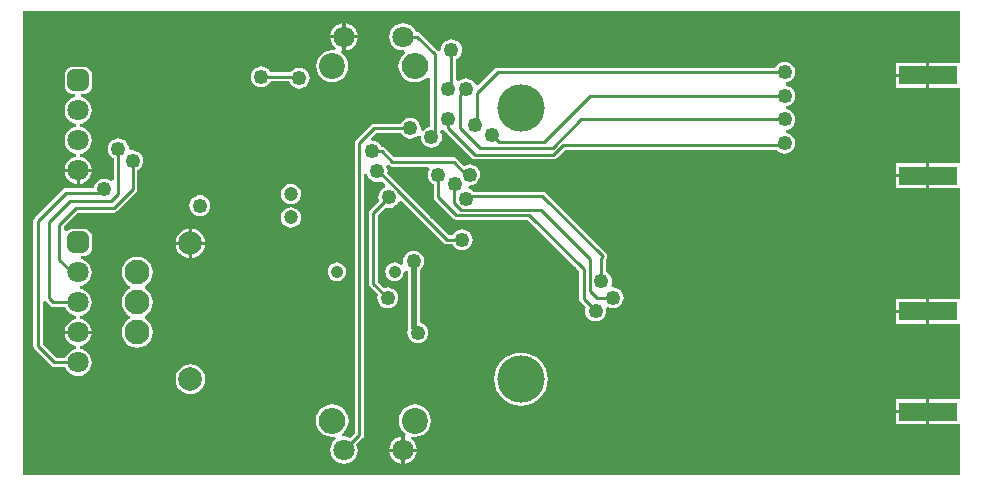
<source format=gbl>
G04*
G04 #@! TF.GenerationSoftware,Altium Limited,Altium Designer,18.1.1 (9)*
G04*
G04 Layer_Physical_Order=2*
G04 Layer_Color=16711680*
%FSLAX42Y42*%
%MOMM*%
G71*
G01*
G75*
%ADD41C,4.00*%
%ADD42C,1.20*%
%ADD57R,4.90X1.60*%
%ADD63C,0.25*%
%ADD66C,0.50*%
%ADD68C,1.06*%
%ADD69C,1.80*%
%ADD70O,2.25X2.20*%
%ADD71C,2.20*%
G04:AMPARAMS|DCode=72|XSize=1.8mm|YSize=1.8mm|CornerRadius=0.45mm|HoleSize=0mm|Usage=FLASHONLY|Rotation=270.000|XOffset=0mm|YOffset=0mm|HoleType=Round|Shape=RoundedRectangle|*
%AMROUNDEDRECTD72*
21,1,1.80,0.90,0,0,270.0*
21,1,0.90,1.80,0,0,270.0*
1,1,0.90,-0.45,-0.45*
1,1,0.90,-0.45,0.45*
1,1,0.90,0.45,0.45*
1,1,0.90,0.45,-0.45*
%
%ADD72ROUNDEDRECTD72*%
%ADD73C,2.00*%
%ADD74C,2.10*%
%ADD75C,1.25*%
%ADD76C,3.80*%
%ADD77C,1.00*%
%ADD78C,0.25*%
G36*
X7964Y3555D02*
X7963Y3530D01*
X7939Y3530D01*
X7705D01*
Y3425D01*
Y3320D01*
X7939D01*
X7963Y3320D01*
X7964Y3295D01*
Y2705D01*
X7963Y2680D01*
X7939Y2680D01*
X7705D01*
Y2575D01*
Y2470D01*
X7939D01*
X7963Y2470D01*
X7964Y2445D01*
Y1555D01*
X7963Y1530D01*
X7939Y1530D01*
X7705D01*
Y1425D01*
Y1320D01*
X7939D01*
X7963Y1320D01*
X7964Y1295D01*
Y705D01*
X7963Y680D01*
X7939Y680D01*
X7705D01*
Y575D01*
Y470D01*
X7939D01*
X7963Y470D01*
X7964Y445D01*
Y36D01*
X36D01*
Y3964D01*
X7964D01*
Y3555D01*
D02*
G37*
%LPC*%
G36*
X2763Y3865D02*
Y3763D01*
X2865D01*
X2862Y3780D01*
X2851Y3808D01*
X2832Y3832D01*
X2808Y3851D01*
X2780Y3862D01*
X2763Y3865D01*
D02*
G37*
G36*
X2737D02*
X2720Y3862D01*
X2692Y3851D01*
X2668Y3832D01*
X2649Y3808D01*
X2638Y3780D01*
X2635Y3763D01*
X2737D01*
Y3865D01*
D02*
G37*
G36*
X2865Y3737D02*
X2763D01*
Y3635D01*
X2780Y3638D01*
X2808Y3649D01*
X2832Y3668D01*
X2851Y3692D01*
X2862Y3720D01*
X2865Y3737D01*
D02*
G37*
G36*
X2737D02*
X2635D01*
X2638Y3720D01*
X2649Y3692D01*
X2668Y3668D01*
X2681Y3658D01*
X2671Y3634D01*
X2650Y3637D01*
X2615Y3632D01*
X2582Y3618D01*
X2553Y3597D01*
X2532Y3568D01*
X2518Y3535D01*
X2513Y3500D01*
X2518Y3465D01*
X2532Y3432D01*
X2553Y3403D01*
X2582Y3382D01*
X2615Y3368D01*
X2650Y3363D01*
X2685Y3368D01*
X2718Y3382D01*
X2747Y3403D01*
X2768Y3432D01*
X2782Y3465D01*
X2787Y3500D01*
X2782Y3535D01*
X2768Y3568D01*
X2747Y3597D01*
X2727Y3611D01*
X2737Y3635D01*
X2737Y3635D01*
Y3737D01*
D02*
G37*
G36*
X7680Y3530D02*
X7422D01*
Y3438D01*
X7680D01*
Y3530D01*
D02*
G37*
G36*
Y3412D02*
X7422D01*
Y3320D01*
X7680D01*
Y3412D01*
D02*
G37*
G36*
X2050Y3499D02*
X2027Y3496D01*
X2006Y3487D01*
X1987Y3473D01*
X1973Y3454D01*
X1964Y3433D01*
X1961Y3410D01*
X1964Y3387D01*
X1973Y3366D01*
X1987Y3347D01*
X2006Y3333D01*
X2027Y3324D01*
X2050Y3321D01*
X2073Y3324D01*
X2094Y3333D01*
X2113Y3347D01*
X2127Y3366D01*
X2129Y3371D01*
X2287D01*
X2293Y3356D01*
X2307Y3337D01*
X2326Y3323D01*
X2347Y3314D01*
X2370Y3311D01*
X2393Y3314D01*
X2414Y3323D01*
X2433Y3337D01*
X2447Y3356D01*
X2456Y3377D01*
X2459Y3400D01*
X2456Y3423D01*
X2447Y3444D01*
X2433Y3463D01*
X2414Y3477D01*
X2393Y3486D01*
X2370Y3489D01*
X2347Y3486D01*
X2326Y3477D01*
X2307Y3463D01*
X2297Y3449D01*
X2129D01*
X2127Y3454D01*
X2113Y3473D01*
X2094Y3487D01*
X2073Y3496D01*
X2050Y3499D01*
D02*
G37*
G36*
X3250Y3866D02*
X3220Y3862D01*
X3192Y3851D01*
X3168Y3832D01*
X3149Y3808D01*
X3138Y3780D01*
X3134Y3750D01*
X3138Y3720D01*
X3149Y3692D01*
X3168Y3668D01*
X3192Y3649D01*
X3220Y3638D01*
X3250Y3634D01*
X3260Y3635D01*
X3270Y3611D01*
X3251Y3597D01*
X3229Y3568D01*
X3216Y3535D01*
X3211Y3500D01*
X3216Y3465D01*
X3229Y3432D01*
X3251Y3403D01*
X3279Y3382D01*
X3312Y3368D01*
X3347Y3363D01*
X3353D01*
X3388Y3368D01*
X3421Y3382D01*
X3449Y3403D01*
X3456Y3413D01*
X3481Y3404D01*
Y2987D01*
X3467Y2986D01*
X3446Y2977D01*
X3427Y2963D01*
X3421Y2955D01*
X3397Y2965D01*
X3399Y2975D01*
X3396Y2998D01*
X3387Y3019D01*
X3373Y3038D01*
X3354Y3052D01*
X3333Y3061D01*
X3310Y3064D01*
X3287Y3061D01*
X3266Y3052D01*
X3247Y3038D01*
X3233Y3019D01*
X3231Y3014D01*
X3005D01*
X2990Y3011D01*
X2978Y3002D01*
X2853Y2877D01*
X2844Y2865D01*
X2841Y2850D01*
Y396D01*
X2799Y354D01*
X2780Y362D01*
X2750Y366D01*
X2740Y365D01*
X2730Y389D01*
X2749Y403D01*
X2771Y432D01*
X2784Y465D01*
X2789Y500D01*
X2784Y535D01*
X2771Y568D01*
X2749Y597D01*
X2721Y618D01*
X2688Y632D01*
X2652Y637D01*
X2648D01*
X2612Y632D01*
X2579Y618D01*
X2551Y597D01*
X2529Y568D01*
X2516Y535D01*
X2511Y500D01*
X2516Y465D01*
X2529Y432D01*
X2551Y403D01*
X2579Y382D01*
X2612Y368D01*
X2648Y363D01*
X2652D01*
X2670Y366D01*
X2680Y342D01*
X2668Y332D01*
X2649Y308D01*
X2638Y280D01*
X2634Y250D01*
X2638Y220D01*
X2649Y192D01*
X2668Y168D01*
X2692Y149D01*
X2720Y138D01*
X2750Y134D01*
X2780Y138D01*
X2808Y149D01*
X2832Y168D01*
X2851Y192D01*
X2862Y220D01*
X2866Y250D01*
X2862Y280D01*
X2854Y299D01*
X2907Y353D01*
X2916Y365D01*
X2919Y380D01*
Y2589D01*
X2944Y2591D01*
X2944Y2587D01*
X2953Y2566D01*
X2967Y2547D01*
X2986Y2533D01*
X3007Y2524D01*
X3030Y2521D01*
X3053Y2524D01*
X3069Y2531D01*
X3101Y2499D01*
X3094Y2470D01*
X3086Y2467D01*
X3067Y2453D01*
X3053Y2434D01*
X3044Y2413D01*
X3041Y2390D01*
X3044Y2367D01*
X3047Y2362D01*
X2973Y2287D01*
X2964Y2275D01*
X2961Y2260D01*
Y1660D01*
X2964Y1645D01*
X2973Y1633D01*
X3037Y1568D01*
X3034Y1563D01*
X3031Y1540D01*
X3034Y1517D01*
X3043Y1496D01*
X3057Y1477D01*
X3076Y1463D01*
X3097Y1454D01*
X3120Y1451D01*
X3143Y1454D01*
X3164Y1463D01*
X3183Y1477D01*
X3197Y1496D01*
X3206Y1517D01*
X3209Y1540D01*
X3206Y1563D01*
X3197Y1584D01*
X3183Y1603D01*
X3164Y1617D01*
X3143Y1626D01*
X3120Y1629D01*
X3097Y1626D01*
X3092Y1623D01*
X3039Y1676D01*
Y2244D01*
X3102Y2307D01*
X3107Y2304D01*
X3130Y2301D01*
X3153Y2304D01*
X3174Y2313D01*
X3193Y2327D01*
X3207Y2346D01*
X3209Y2351D01*
X3238Y2357D01*
X3593Y2003D01*
X3605Y1994D01*
X3620Y1991D01*
X3671D01*
X3673Y1986D01*
X3687Y1967D01*
X3706Y1953D01*
X3727Y1944D01*
X3750Y1941D01*
X3773Y1944D01*
X3794Y1953D01*
X3813Y1967D01*
X3827Y1986D01*
X3836Y2007D01*
X3839Y2030D01*
X3836Y2053D01*
X3827Y2074D01*
X3813Y2093D01*
X3794Y2107D01*
X3773Y2116D01*
X3750Y2119D01*
X3727Y2116D01*
X3706Y2107D01*
X3687Y2093D01*
X3673Y2074D01*
X3671Y2069D01*
X3636D01*
X3261Y2444D01*
X3261Y2444D01*
X3253Y2457D01*
X3116Y2593D01*
X3119Y2610D01*
X3116Y2633D01*
X3107Y2654D01*
X3127Y2668D01*
X3133Y2663D01*
X3145Y2654D01*
X3160Y2651D01*
X3462D01*
X3475Y2626D01*
X3473Y2624D01*
X3464Y2603D01*
X3461Y2580D01*
X3464Y2557D01*
X3473Y2536D01*
X3487Y2517D01*
X3506Y2503D01*
X3511Y2501D01*
Y2390D01*
X3514Y2375D01*
X3523Y2363D01*
X3673Y2213D01*
X3673Y2213D01*
X3685Y2204D01*
X3700Y2201D01*
X4304D01*
X4741Y1764D01*
Y1530D01*
X4744Y1515D01*
X4753Y1503D01*
X4797Y1459D01*
X4794Y1453D01*
X4791Y1430D01*
X4794Y1407D01*
X4803Y1386D01*
X4817Y1367D01*
X4836Y1353D01*
X4857Y1344D01*
X4880Y1341D01*
X4903Y1344D01*
X4924Y1353D01*
X4943Y1367D01*
X4957Y1386D01*
X4966Y1407D01*
X4969Y1430D01*
X4966Y1446D01*
X4981Y1459D01*
X4989Y1462D01*
X5007Y1454D01*
X5030Y1451D01*
X5053Y1454D01*
X5074Y1463D01*
X5093Y1477D01*
X5107Y1496D01*
X5116Y1517D01*
X5119Y1540D01*
X5116Y1563D01*
X5107Y1584D01*
X5093Y1603D01*
X5074Y1617D01*
X5053Y1626D01*
X5030Y1629D01*
X5013Y1652D01*
X5016Y1657D01*
X5019Y1680D01*
X5016Y1703D01*
X5007Y1724D01*
X4993Y1743D01*
X4974Y1757D01*
X4969Y1759D01*
Y1865D01*
X4976Y1875D01*
X4979Y1890D01*
X4976Y1905D01*
X4967Y1917D01*
X4457Y2427D01*
X4445Y2436D01*
X4430Y2439D01*
X3846D01*
X3843Y2443D01*
X3824Y2457D01*
X3803Y2466D01*
X3798Y2466D01*
X3798Y2466D01*
X3797Y2471D01*
X3810Y2490D01*
X3816Y2494D01*
X3836Y2497D01*
X3857Y2506D01*
X3875Y2520D01*
X3889Y2538D01*
X3898Y2560D01*
X3901Y2583D01*
X3898Y2605D01*
X3889Y2627D01*
X3875Y2645D01*
X3857Y2659D01*
X3836Y2668D01*
X3813Y2671D01*
X3790Y2668D01*
X3768Y2659D01*
X3767Y2658D01*
X3707Y2717D01*
X3695Y2726D01*
X3680Y2729D01*
X3176D01*
X3097Y2807D01*
X3085Y2816D01*
X3070Y2819D01*
X3069D01*
X3067Y2824D01*
X3053Y2843D01*
X3034Y2857D01*
X3013Y2866D01*
X2990Y2869D01*
X2989Y2868D01*
X2977Y2892D01*
X3021Y2936D01*
X3231D01*
X3233Y2931D01*
X3247Y2912D01*
X3266Y2898D01*
X3287Y2889D01*
X3310Y2886D01*
X3333Y2889D01*
X3354Y2898D01*
X3373Y2912D01*
X3379Y2920D01*
X3403Y2910D01*
X3401Y2900D01*
X3404Y2877D01*
X3413Y2856D01*
X3427Y2837D01*
X3446Y2823D01*
X3467Y2814D01*
X3490Y2811D01*
X3513Y2814D01*
X3534Y2823D01*
X3553Y2837D01*
X3567Y2856D01*
X3576Y2877D01*
X3579Y2900D01*
X3576Y2923D01*
X3567Y2944D01*
X3572Y2958D01*
X3598Y2959D01*
X3603Y2953D01*
X3833Y2723D01*
X3845Y2714D01*
X3860Y2711D01*
X4524D01*
X4539Y2714D01*
X4552Y2723D01*
X4620Y2791D01*
X6414D01*
X6417Y2787D01*
X6436Y2773D01*
X6457Y2764D01*
X6480Y2761D01*
X6503Y2764D01*
X6524Y2773D01*
X6543Y2787D01*
X6557Y2806D01*
X6566Y2827D01*
X6569Y2850D01*
X6566Y2873D01*
X6557Y2894D01*
X6543Y2913D01*
X6524Y2927D01*
X6503Y2936D01*
X6495Y2937D01*
X6490Y2937D01*
Y2963D01*
X6495Y2963D01*
X6503Y2964D01*
X6524Y2973D01*
X6543Y2987D01*
X6557Y3006D01*
X6566Y3027D01*
X6569Y3050D01*
X6566Y3073D01*
X6557Y3094D01*
X6543Y3113D01*
X6524Y3127D01*
X6503Y3136D01*
X6495Y3137D01*
X6490Y3137D01*
Y3163D01*
X6495Y3163D01*
X6503Y3164D01*
X6524Y3173D01*
X6543Y3187D01*
X6557Y3206D01*
X6566Y3227D01*
X6569Y3250D01*
X6566Y3273D01*
X6557Y3294D01*
X6543Y3313D01*
X6524Y3327D01*
X6503Y3336D01*
X6495Y3337D01*
X6490Y3337D01*
Y3363D01*
X6495Y3363D01*
X6503Y3364D01*
X6524Y3373D01*
X6543Y3387D01*
X6557Y3406D01*
X6566Y3427D01*
X6569Y3450D01*
X6566Y3473D01*
X6557Y3494D01*
X6543Y3513D01*
X6524Y3527D01*
X6503Y3536D01*
X6480Y3539D01*
X6457Y3536D01*
X6436Y3527D01*
X6417Y3513D01*
X6403Y3494D01*
X6401Y3489D01*
X4050D01*
X4035Y3486D01*
X4023Y3477D01*
X3888Y3343D01*
X3859Y3349D01*
X3857Y3354D01*
X3843Y3373D01*
X3824Y3387D01*
X3803Y3396D01*
X3780Y3399D01*
X3757Y3396D01*
X3736Y3387D01*
X3724Y3378D01*
X3702Y3386D01*
X3699Y3389D01*
Y3561D01*
X3704Y3563D01*
X3723Y3577D01*
X3737Y3596D01*
X3746Y3617D01*
X3749Y3640D01*
X3746Y3663D01*
X3737Y3684D01*
X3723Y3703D01*
X3704Y3717D01*
X3683Y3726D01*
X3660Y3729D01*
X3637Y3726D01*
X3616Y3717D01*
X3597Y3703D01*
X3583Y3684D01*
X3574Y3663D01*
X3571Y3640D01*
X3572Y3636D01*
X3548Y3627D01*
X3547Y3627D01*
X3397Y3777D01*
X3385Y3786D01*
X3370Y3789D01*
X3359D01*
X3351Y3808D01*
X3332Y3832D01*
X3308Y3851D01*
X3280Y3862D01*
X3250Y3866D01*
D02*
G37*
G36*
X545Y3497D02*
X455D01*
X437Y3495D01*
X419Y3487D01*
X405Y3476D01*
X394Y3462D01*
X386Y3444D01*
X384Y3426D01*
Y3336D01*
X386Y3318D01*
X394Y3300D01*
X405Y3286D01*
X419Y3275D01*
X437Y3267D01*
X455Y3265D01*
X473D01*
X474Y3240D01*
X470Y3239D01*
X442Y3228D01*
X418Y3209D01*
X399Y3185D01*
X388Y3157D01*
X384Y3127D01*
X388Y3097D01*
X399Y3069D01*
X418Y3045D01*
X442Y3026D01*
X470Y3015D01*
X485Y3013D01*
Y2987D01*
X470Y2985D01*
X442Y2974D01*
X418Y2955D01*
X399Y2931D01*
X388Y2903D01*
X384Y2873D01*
X388Y2843D01*
X399Y2815D01*
X418Y2791D01*
X442Y2772D01*
X470Y2761D01*
X485Y2759D01*
Y2733D01*
X470Y2731D01*
X442Y2720D01*
X418Y2701D01*
X399Y2677D01*
X388Y2649D01*
X385Y2632D01*
X500D01*
X615D01*
X612Y2649D01*
X601Y2677D01*
X582Y2701D01*
X558Y2720D01*
X530Y2731D01*
X515Y2733D01*
Y2759D01*
X530Y2761D01*
X558Y2772D01*
X582Y2791D01*
X601Y2815D01*
X612Y2843D01*
X616Y2873D01*
X612Y2903D01*
X601Y2931D01*
X582Y2955D01*
X558Y2974D01*
X530Y2985D01*
X515Y2987D01*
Y3013D01*
X530Y3015D01*
X558Y3026D01*
X582Y3045D01*
X601Y3069D01*
X612Y3097D01*
X616Y3127D01*
X612Y3157D01*
X601Y3185D01*
X582Y3209D01*
X558Y3228D01*
X530Y3239D01*
X526Y3240D01*
X527Y3265D01*
X545D01*
X563Y3267D01*
X581Y3275D01*
X595Y3286D01*
X606Y3300D01*
X614Y3318D01*
X616Y3336D01*
Y3426D01*
X614Y3444D01*
X606Y3462D01*
X595Y3476D01*
X581Y3487D01*
X563Y3495D01*
X545Y3497D01*
D02*
G37*
G36*
X7680Y2680D02*
X7422D01*
Y2588D01*
X7680D01*
Y2680D01*
D02*
G37*
G36*
X840Y2889D02*
X817Y2886D01*
X796Y2877D01*
X777Y2863D01*
X763Y2844D01*
X754Y2823D01*
X751Y2800D01*
X754Y2777D01*
X763Y2756D01*
X777Y2737D01*
X796Y2723D01*
X801Y2721D01*
Y2539D01*
X797Y2535D01*
X776Y2528D01*
X764Y2537D01*
X743Y2546D01*
X720Y2549D01*
X697Y2546D01*
X676Y2537D01*
X657Y2523D01*
X643Y2504D01*
X634Y2483D01*
X632Y2469D01*
X400D01*
X385Y2466D01*
X373Y2457D01*
X133Y2217D01*
X124Y2205D01*
X121Y2190D01*
Y1130D01*
X124Y1115D01*
X133Y1103D01*
X271Y965D01*
X283Y956D01*
X298Y953D01*
X391D01*
X399Y934D01*
X418Y910D01*
X442Y891D01*
X470Y880D01*
X500Y876D01*
X530Y880D01*
X558Y891D01*
X582Y910D01*
X601Y934D01*
X612Y962D01*
X616Y992D01*
X612Y1022D01*
X601Y1050D01*
X582Y1074D01*
X558Y1093D01*
X530Y1104D01*
X515Y1106D01*
Y1132D01*
X530Y1134D01*
X558Y1145D01*
X582Y1164D01*
X601Y1188D01*
X612Y1216D01*
X615Y1233D01*
X500D01*
X385D01*
X388Y1216D01*
X399Y1188D01*
X418Y1164D01*
X442Y1145D01*
X470Y1134D01*
X485Y1132D01*
Y1106D01*
X470Y1104D01*
X442Y1093D01*
X418Y1074D01*
X399Y1050D01*
X391Y1031D01*
X314D01*
X199Y1146D01*
Y1504D01*
X220Y1511D01*
X224Y1512D01*
X263Y1473D01*
X263Y1473D01*
X275Y1464D01*
X290Y1461D01*
X391D01*
X399Y1442D01*
X418Y1418D01*
X442Y1399D01*
X470Y1388D01*
X485Y1386D01*
Y1360D01*
X470Y1358D01*
X442Y1347D01*
X418Y1328D01*
X399Y1304D01*
X388Y1276D01*
X385Y1259D01*
X500D01*
X615D01*
X612Y1276D01*
X601Y1304D01*
X582Y1328D01*
X558Y1347D01*
X530Y1358D01*
X515Y1360D01*
Y1386D01*
X530Y1388D01*
X558Y1399D01*
X582Y1418D01*
X601Y1442D01*
X612Y1470D01*
X616Y1500D01*
X612Y1530D01*
X601Y1558D01*
X582Y1582D01*
X558Y1601D01*
X530Y1612D01*
X515Y1614D01*
Y1640D01*
X530Y1642D01*
X558Y1653D01*
X582Y1672D01*
X601Y1696D01*
X612Y1724D01*
X616Y1754D01*
X612Y1784D01*
X601Y1812D01*
X582Y1836D01*
X558Y1855D01*
X530Y1866D01*
X526Y1867D01*
X527Y1892D01*
X545D01*
X563Y1894D01*
X581Y1902D01*
X595Y1913D01*
X606Y1927D01*
X614Y1945D01*
X616Y1963D01*
Y2053D01*
X614Y2071D01*
X606Y2089D01*
X595Y2103D01*
X581Y2114D01*
X563Y2122D01*
X545Y2124D01*
X455D01*
X437Y2122D01*
X419Y2114D01*
X405Y2103D01*
X404Y2102D01*
X379Y2110D01*
Y2144D01*
X496Y2261D01*
X800D01*
X815Y2264D01*
X827Y2273D01*
X987Y2433D01*
X996Y2445D01*
X999Y2460D01*
Y2621D01*
X1004Y2623D01*
X1023Y2637D01*
X1037Y2656D01*
X1046Y2677D01*
X1049Y2700D01*
X1046Y2723D01*
X1037Y2744D01*
X1023Y2763D01*
X1004Y2777D01*
X983Y2786D01*
X960Y2789D01*
X952Y2788D01*
X932Y2798D01*
X928Y2809D01*
X926Y2823D01*
X917Y2844D01*
X903Y2863D01*
X884Y2877D01*
X863Y2886D01*
X840Y2889D01*
D02*
G37*
G36*
X615Y2606D02*
X513D01*
Y2504D01*
X530Y2507D01*
X558Y2518D01*
X582Y2537D01*
X601Y2561D01*
X612Y2589D01*
X615Y2606D01*
D02*
G37*
G36*
X487D02*
X385D01*
X388Y2589D01*
X399Y2561D01*
X418Y2537D01*
X442Y2518D01*
X470Y2507D01*
X487Y2504D01*
Y2606D01*
D02*
G37*
G36*
X7680Y2562D02*
X7422D01*
Y2470D01*
X7680D01*
Y2562D01*
D02*
G37*
G36*
X2300Y2506D02*
X2278Y2503D01*
X2257Y2495D01*
X2239Y2481D01*
X2225Y2463D01*
X2217Y2442D01*
X2214Y2420D01*
X2217Y2398D01*
X2225Y2377D01*
X2239Y2359D01*
X2257Y2345D01*
X2278Y2337D01*
X2300Y2334D01*
X2322Y2337D01*
X2343Y2345D01*
X2361Y2359D01*
X2375Y2377D01*
X2383Y2398D01*
X2386Y2420D01*
X2383Y2442D01*
X2375Y2463D01*
X2361Y2481D01*
X2343Y2495D01*
X2322Y2503D01*
X2300Y2506D01*
D02*
G37*
G36*
X1530Y2409D02*
X1507Y2406D01*
X1486Y2397D01*
X1467Y2383D01*
X1453Y2364D01*
X1444Y2343D01*
X1441Y2320D01*
X1444Y2297D01*
X1453Y2276D01*
X1467Y2257D01*
X1486Y2243D01*
X1507Y2234D01*
X1530Y2231D01*
X1553Y2234D01*
X1574Y2243D01*
X1593Y2257D01*
X1607Y2276D01*
X1616Y2297D01*
X1619Y2320D01*
X1616Y2343D01*
X1607Y2364D01*
X1593Y2383D01*
X1574Y2397D01*
X1553Y2406D01*
X1530Y2409D01*
D02*
G37*
G36*
X2300Y2306D02*
X2278Y2303D01*
X2257Y2295D01*
X2239Y2281D01*
X2225Y2263D01*
X2217Y2242D01*
X2214Y2220D01*
X2217Y2198D01*
X2225Y2177D01*
X2239Y2159D01*
X2257Y2145D01*
X2278Y2137D01*
X2300Y2134D01*
X2322Y2137D01*
X2343Y2145D01*
X2361Y2159D01*
X2375Y2177D01*
X2383Y2198D01*
X2386Y2220D01*
X2383Y2242D01*
X2375Y2263D01*
X2361Y2281D01*
X2343Y2295D01*
X2322Y2303D01*
X2300Y2306D01*
D02*
G37*
G36*
X1463Y2125D02*
Y2013D01*
X1575D01*
X1572Y2033D01*
X1560Y2063D01*
X1539Y2089D01*
X1513Y2110D01*
X1483Y2122D01*
X1463Y2125D01*
D02*
G37*
G36*
X1437D02*
X1417Y2122D01*
X1387Y2110D01*
X1361Y2089D01*
X1340Y2063D01*
X1328Y2033D01*
X1325Y2013D01*
X1437D01*
Y2125D01*
D02*
G37*
G36*
X1575Y1987D02*
X1463D01*
Y1875D01*
X1483Y1878D01*
X1513Y1890D01*
X1539Y1911D01*
X1560Y1937D01*
X1572Y1967D01*
X1575Y1987D01*
D02*
G37*
G36*
X1437D02*
X1325D01*
X1328Y1967D01*
X1340Y1937D01*
X1361Y1911D01*
X1387Y1890D01*
X1417Y1878D01*
X1437Y1875D01*
Y1987D01*
D02*
G37*
G36*
X3340Y1939D02*
X3317Y1936D01*
X3296Y1927D01*
X3277Y1913D01*
X3263Y1894D01*
X3254Y1873D01*
X3251Y1850D01*
X3254Y1831D01*
X3243Y1822D01*
X3231Y1818D01*
X3218Y1828D01*
X3198Y1836D01*
X3178Y1839D01*
X3158Y1836D01*
X3138Y1828D01*
X3122Y1816D01*
X3110Y1800D01*
X3102Y1780D01*
X3099Y1760D01*
X3102Y1740D01*
X3110Y1720D01*
X3122Y1704D01*
X3138Y1692D01*
X3158Y1684D01*
X3178Y1681D01*
X3198Y1684D01*
X3218Y1692D01*
X3234Y1704D01*
X3246Y1720D01*
X3254Y1740D01*
X3257Y1757D01*
X3265Y1764D01*
X3281Y1773D01*
X3286Y1770D01*
X3289Y1767D01*
Y1280D01*
X3290Y1271D01*
X3289Y1268D01*
X3286Y1245D01*
X3289Y1222D01*
X3298Y1201D01*
X3312Y1182D01*
X3331Y1168D01*
X3352Y1159D01*
X3375Y1156D01*
X3398Y1159D01*
X3419Y1168D01*
X3438Y1182D01*
X3452Y1201D01*
X3461Y1222D01*
X3464Y1245D01*
X3461Y1268D01*
X3452Y1289D01*
X3438Y1308D01*
X3419Y1322D01*
X3398Y1331D01*
X3391Y1332D01*
Y1779D01*
X3403Y1787D01*
X3417Y1806D01*
X3426Y1827D01*
X3429Y1850D01*
X3426Y1873D01*
X3417Y1894D01*
X3403Y1913D01*
X3384Y1927D01*
X3363Y1936D01*
X3340Y1939D01*
D02*
G37*
G36*
X2690Y1839D02*
X2670Y1836D01*
X2650Y1828D01*
X2634Y1816D01*
X2622Y1800D01*
X2614Y1780D01*
X2611Y1760D01*
X2614Y1740D01*
X2622Y1720D01*
X2634Y1704D01*
X2650Y1692D01*
X2670Y1684D01*
X2690Y1681D01*
X2710Y1684D01*
X2730Y1692D01*
X2746Y1704D01*
X2758Y1720D01*
X2766Y1740D01*
X2769Y1760D01*
X2766Y1780D01*
X2758Y1800D01*
X2746Y1816D01*
X2730Y1828D01*
X2710Y1836D01*
X2690Y1839D01*
D02*
G37*
G36*
X7680Y1530D02*
X7422D01*
Y1438D01*
X7680D01*
Y1530D01*
D02*
G37*
G36*
Y1412D02*
X7422D01*
Y1320D01*
X7680D01*
Y1412D01*
D02*
G37*
G36*
X1000Y1886D02*
X966Y1881D01*
X934Y1868D01*
X907Y1847D01*
X886Y1820D01*
X873Y1788D01*
X868Y1754D01*
X873Y1720D01*
X886Y1688D01*
X907Y1661D01*
X934Y1640D01*
X936Y1640D01*
Y1615D01*
X934Y1614D01*
X907Y1593D01*
X886Y1566D01*
X873Y1534D01*
X868Y1500D01*
X873Y1466D01*
X886Y1434D01*
X907Y1407D01*
X934Y1386D01*
X936Y1385D01*
Y1360D01*
X934Y1360D01*
X907Y1339D01*
X886Y1312D01*
X873Y1280D01*
X868Y1246D01*
X873Y1212D01*
X886Y1180D01*
X907Y1153D01*
X934Y1132D01*
X966Y1119D01*
X1000Y1114D01*
X1034Y1119D01*
X1066Y1132D01*
X1093Y1153D01*
X1114Y1180D01*
X1127Y1212D01*
X1132Y1246D01*
X1127Y1280D01*
X1114Y1312D01*
X1093Y1339D01*
X1066Y1360D01*
X1064Y1360D01*
Y1385D01*
X1066Y1386D01*
X1093Y1407D01*
X1114Y1434D01*
X1127Y1466D01*
X1132Y1500D01*
X1127Y1534D01*
X1114Y1566D01*
X1093Y1593D01*
X1066Y1614D01*
X1064Y1615D01*
Y1640D01*
X1066Y1640D01*
X1093Y1661D01*
X1114Y1688D01*
X1127Y1720D01*
X1132Y1754D01*
X1127Y1788D01*
X1114Y1820D01*
X1093Y1847D01*
X1066Y1868D01*
X1034Y1881D01*
X1000Y1886D01*
D02*
G37*
G36*
X1450Y976D02*
X1417Y972D01*
X1387Y960D01*
X1361Y939D01*
X1340Y913D01*
X1328Y883D01*
X1324Y850D01*
X1328Y817D01*
X1340Y787D01*
X1361Y761D01*
X1387Y740D01*
X1417Y728D01*
X1450Y724D01*
X1483Y728D01*
X1513Y740D01*
X1539Y761D01*
X1560Y787D01*
X1572Y817D01*
X1576Y850D01*
X1572Y883D01*
X1560Y913D01*
X1539Y939D01*
X1513Y960D01*
X1483Y972D01*
X1450Y976D01*
D02*
G37*
G36*
X4250Y1076D02*
X4206Y1072D01*
X4163Y1059D01*
X4124Y1038D01*
X4090Y1010D01*
X4062Y976D01*
X4041Y937D01*
X4028Y894D01*
X4024Y850D01*
X4028Y806D01*
X4041Y763D01*
X4062Y724D01*
X4090Y690D01*
X4124Y662D01*
X4163Y641D01*
X4206Y628D01*
X4250Y624D01*
X4294Y628D01*
X4337Y641D01*
X4376Y662D01*
X4410Y690D01*
X4438Y724D01*
X4459Y763D01*
X4472Y806D01*
X4476Y850D01*
X4472Y894D01*
X4459Y937D01*
X4438Y976D01*
X4410Y1010D01*
X4376Y1038D01*
X4337Y1059D01*
X4294Y1072D01*
X4250Y1076D01*
D02*
G37*
G36*
X7680Y680D02*
X7422D01*
Y588D01*
X7680D01*
Y680D01*
D02*
G37*
G36*
Y562D02*
X7422D01*
Y470D01*
X7680D01*
Y562D01*
D02*
G37*
G36*
X3350Y637D02*
X3315Y632D01*
X3282Y618D01*
X3253Y597D01*
X3232Y568D01*
X3218Y535D01*
X3213Y500D01*
X3218Y465D01*
X3232Y432D01*
X3253Y403D01*
X3273Y389D01*
X3263Y365D01*
X3263Y365D01*
Y263D01*
X3365D01*
X3362Y280D01*
X3351Y308D01*
X3332Y332D01*
X3319Y342D01*
X3329Y366D01*
X3350Y363D01*
X3385Y368D01*
X3418Y382D01*
X3447Y403D01*
X3468Y432D01*
X3482Y465D01*
X3487Y500D01*
X3482Y535D01*
X3468Y568D01*
X3447Y597D01*
X3418Y618D01*
X3385Y632D01*
X3350Y637D01*
D02*
G37*
G36*
X3237Y365D02*
X3220Y362D01*
X3192Y351D01*
X3168Y332D01*
X3149Y308D01*
X3138Y280D01*
X3135Y263D01*
X3237D01*
Y365D01*
D02*
G37*
G36*
X3365Y237D02*
X3263D01*
Y135D01*
X3280Y138D01*
X3308Y149D01*
X3332Y168D01*
X3351Y192D01*
X3362Y220D01*
X3365Y237D01*
D02*
G37*
G36*
X3237D02*
X3135D01*
X3138Y220D01*
X3149Y192D01*
X3168Y168D01*
X3192Y149D01*
X3220Y138D01*
X3237Y135D01*
Y237D01*
D02*
G37*
%LPD*%
D41*
X4250Y850D02*
D03*
Y3150D02*
D03*
D42*
X2300Y2420D02*
D03*
Y2220D02*
D03*
D57*
X7693Y1425D02*
D03*
Y575D02*
D03*
Y2575D02*
D03*
Y3425D02*
D03*
D63*
X4320Y2240D02*
X4780Y1780D01*
Y1530D02*
Y1780D01*
Y1530D02*
X4880Y1430D01*
X4930Y1680D02*
Y1880D01*
X4940Y1890D01*
X4830Y1600D02*
Y1870D01*
Y1600D02*
X4890Y1540D01*
X5030D01*
X4415Y2285D02*
X4830Y1870D01*
X3550Y2390D02*
X3700Y2240D01*
X3550Y2390D02*
Y2580D01*
X3700Y2240D02*
X4320D01*
X3685Y2341D02*
Y2495D01*
X3690Y2500D01*
X3741Y2285D02*
X4415D01*
X3685Y2341D02*
X3741Y2285D01*
X3800Y2400D02*
X4430D01*
X840Y2420D02*
Y2800D01*
X780Y2360D02*
X840Y2420D01*
X430Y2360D02*
X780D01*
X2360Y3410D02*
X2370Y3400D01*
X2050Y3410D02*
X2360D01*
X4430Y2400D02*
X4940Y1890D01*
X960Y2460D02*
Y2700D01*
X400Y2430D02*
X710D01*
X160Y2190D02*
X400Y2430D01*
X250Y2180D02*
X430Y2360D01*
X800Y2300D02*
X960Y2460D01*
X480Y2300D02*
X800D01*
X340Y2160D02*
X480Y2300D01*
X340Y1860D02*
Y2160D01*
Y1860D02*
X446Y1754D01*
X500D01*
X250Y1540D02*
Y2180D01*
Y1540D02*
X290Y1500D01*
X500D01*
X160Y1130D02*
Y2190D01*
Y1130D02*
X298Y992D01*
X500D01*
D66*
X3340Y1280D02*
Y1850D01*
Y1280D02*
X3375Y1245D01*
D68*
X2690Y1760D02*
D03*
X3178D02*
D03*
D69*
X3250Y3750D02*
D03*
X2750D02*
D03*
X500Y2619D02*
D03*
Y3127D02*
D03*
Y2873D02*
D03*
Y1500D02*
D03*
Y1754D02*
D03*
Y1246D02*
D03*
Y992D02*
D03*
X3250Y250D02*
D03*
X2750D02*
D03*
D70*
X3350Y3500D02*
D03*
X2650Y500D02*
D03*
D71*
X2650Y3500D02*
D03*
X3350Y500D02*
D03*
D72*
X500Y3381D02*
D03*
Y2008D02*
D03*
D73*
X1450Y850D02*
D03*
Y2000D02*
D03*
D74*
X1000Y1246D02*
D03*
Y1754D02*
D03*
Y1500D02*
D03*
D75*
X1240Y540D02*
D03*
X940Y760D02*
D03*
X2300Y710D02*
D03*
X2250Y3060D02*
D03*
X4930Y1680D02*
D03*
X5060Y1760D02*
D03*
X4880Y1430D02*
D03*
X3550Y2580D02*
D03*
X3813Y2583D02*
D03*
X3780Y2380D02*
D03*
X3750Y2030D02*
D03*
X3340Y1850D02*
D03*
X3490Y2900D02*
D03*
X4000Y2920D02*
D03*
X3630Y3310D02*
D03*
X3780Y3310D02*
D03*
X3530Y2260D02*
D03*
X3030Y2610D02*
D03*
X1910Y2470D02*
D03*
X1908Y3625D02*
D03*
X1600Y3770D02*
D03*
X2370Y3400D02*
D03*
X2050Y3410D02*
D03*
X6900Y2050D02*
D03*
X6700D02*
D03*
X6500D02*
D03*
X6300D02*
D03*
X6050Y750D02*
D03*
X6200D02*
D03*
X5900D02*
D03*
X7300Y650D02*
D03*
X7150Y3650D02*
D03*
X6950D02*
D03*
X7350Y3850D02*
D03*
X7150D02*
D03*
X6950D02*
D03*
X6750D02*
D03*
X6550D02*
D03*
X6350D02*
D03*
X6150D02*
D03*
X5950D02*
D03*
X5750D02*
D03*
X5550D02*
D03*
X5350D02*
D03*
X5150D02*
D03*
X4950D02*
D03*
X5300Y750D02*
D03*
X5150D02*
D03*
X7500Y3600D02*
D03*
X7350Y3500D02*
D03*
Y3350D02*
D03*
X7800Y3200D02*
D03*
X7650D02*
D03*
X7500D02*
D03*
X7350D02*
D03*
X7200D02*
D03*
X7060Y3310D02*
D03*
X7850Y2400D02*
D03*
X7700D02*
D03*
X7550D02*
D03*
X7400D02*
D03*
X7800Y2800D02*
D03*
X7650D02*
D03*
X7200Y2850D02*
D03*
X7500Y2800D02*
D03*
X7350D02*
D03*
X7250Y2750D02*
D03*
Y2600D02*
D03*
Y2450D02*
D03*
Y2300D02*
D03*
Y2150D02*
D03*
X7100D02*
D03*
X6950D02*
D03*
X6300Y2250D02*
D03*
Y2450D02*
D03*
Y2650D02*
D03*
X6000Y1000D02*
D03*
X5900Y900D02*
D03*
Y1050D02*
D03*
Y1200D02*
D03*
Y1350D02*
D03*
Y1500D02*
D03*
Y1650D02*
D03*
Y1800D02*
D03*
X6450Y2450D02*
D03*
X7300Y500D02*
D03*
X7400Y400D02*
D03*
Y750D02*
D03*
X7550D02*
D03*
Y400D02*
D03*
X7850Y750D02*
D03*
X7700D02*
D03*
X7400Y1250D02*
D03*
X7850D02*
D03*
X7700D02*
D03*
X7550D02*
D03*
X7300Y1350D02*
D03*
Y1500D02*
D03*
X7400Y1600D02*
D03*
X7550D02*
D03*
X7700D02*
D03*
X7850D02*
D03*
X7650Y850D02*
D03*
X7450D02*
D03*
X7250D02*
D03*
X7050D02*
D03*
X6800D02*
D03*
X6600D02*
D03*
X6400D02*
D03*
X6380Y1440D02*
D03*
X3860Y3000D02*
D03*
X970Y3110D02*
D03*
X6020Y1100D02*
D03*
X6020Y880D02*
D03*
X6480Y3650D02*
D03*
X4990Y740D02*
D03*
X4730Y540D02*
D03*
X3360Y860D02*
D03*
X1900Y2130D02*
D03*
X1530Y2320D02*
D03*
X6490Y2250D02*
D03*
X6480Y2650D02*
D03*
X4270Y1750D02*
D03*
X4520D02*
D03*
X4670D02*
D03*
X3690Y2500D02*
D03*
X2700Y2600D02*
D03*
X3120Y1960D02*
D03*
X3505Y1895D02*
D03*
X2390Y1880D02*
D03*
X1410Y1120D02*
D03*
X2020Y1650D02*
D03*
X960Y2700D02*
D03*
X720Y2460D02*
D03*
X840Y2800D02*
D03*
X3375Y1245D02*
D03*
X5030Y1540D02*
D03*
X3130Y2390D02*
D03*
X2990Y2780D02*
D03*
X3310Y2975D02*
D03*
X3630Y3050D02*
D03*
X3660Y3640D02*
D03*
X6480Y2850D02*
D03*
Y3050D02*
D03*
Y3250D02*
D03*
Y3450D02*
D03*
X3120Y1540D02*
D03*
D76*
X250Y250D02*
D03*
Y3750D02*
D03*
X7750Y250D02*
D03*
Y3750D02*
D03*
D77*
X6900Y3450D02*
D03*
Y3250D02*
D03*
Y3050D02*
D03*
Y2850D02*
D03*
Y2650D02*
D03*
X7650Y1100D02*
D03*
X7450D02*
D03*
X7250D02*
D03*
X7050D02*
D03*
X6800Y1110D02*
D03*
D78*
X2990Y2780D02*
X3070D01*
X3160Y2690D01*
X3680D01*
X3787Y2583D01*
X2990Y2780D02*
X3020Y2750D01*
X3787Y2583D02*
X3813D01*
X3620Y2030D02*
X3750D01*
X3225Y2425D02*
X3620Y2030D01*
X3520Y2930D02*
Y3600D01*
X3490Y2900D02*
X3520Y2930D01*
X3370Y3750D02*
X3520Y3600D01*
X4000Y2920D02*
X4000D01*
X4060Y2860D01*
X3730Y3260D02*
X3780Y3310D01*
X3730Y2980D02*
Y3260D01*
X3875Y3015D02*
Y3275D01*
X3860Y3000D02*
X3875Y3015D01*
Y3275D02*
X4050Y3450D01*
X3630Y3310D02*
X3650D01*
X3660Y3320D01*
X3005Y2975D02*
X3310D01*
X2880Y2850D02*
X3005Y2975D01*
X2880Y380D02*
Y2850D01*
X3045Y2610D02*
X3225Y2429D01*
X3030Y2610D02*
X3045D01*
X3225Y2425D02*
Y2429D01*
X3000Y2260D02*
X3130Y2390D01*
X3000Y1660D02*
Y2260D01*
Y1660D02*
X3120Y1540D01*
X4050Y3450D02*
X6480D01*
X3900Y2810D02*
X4520D01*
X3730Y2980D02*
X3900Y2810D01*
X3860Y2750D02*
X4524D01*
X3630Y2980D02*
X3860Y2750D01*
X3630Y2980D02*
Y3050D01*
X4440Y2860D02*
X4830Y3250D01*
X4060Y2860D02*
X4440D01*
X4520Y2810D02*
X4760Y3050D01*
X4524Y2750D02*
X4604Y2830D01*
X6460D02*
X6480Y2850D01*
X4604Y2830D02*
X6460D01*
X4760Y3050D02*
X6480D01*
X4830Y3250D02*
X6480D01*
X3250Y3750D02*
X3370D01*
X2750Y250D02*
X2880Y380D01*
X3660Y3320D02*
Y3640D01*
M02*

</source>
